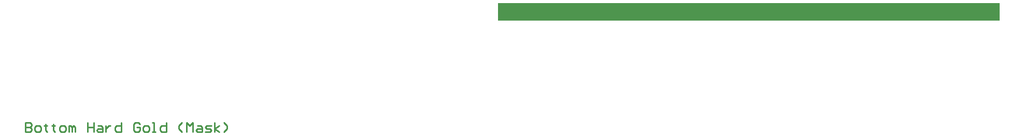
<source format=gbr>
G04 Layer_Color=32896*
%FSLAX24Y24*%
%MOIN*%
%TF.FileFunction,Other,Bottom_Hard_Gold*%
%TF.Part,Single*%
G01*
G75*
%TA.AperFunction,NonConductor*%
%ADD55C,0.0100*%
%ADD152R,3.2283X0.1142*%
D55*
X-30400Y-6600D02*
Y-7200D01*
X-30100D01*
X-30000Y-7100D01*
Y-7000D01*
X-30100Y-6900D01*
X-30400D01*
X-30100D01*
X-30000Y-6800D01*
Y-6700D01*
X-30100Y-6600D01*
X-30400D01*
X-29700Y-7200D02*
X-29500D01*
X-29400Y-7100D01*
Y-6900D01*
X-29500Y-6800D01*
X-29700D01*
X-29800Y-6900D01*
Y-7100D01*
X-29700Y-7200D01*
X-29100Y-6700D02*
Y-6800D01*
X-29200D01*
X-29000D01*
X-29100D01*
Y-7100D01*
X-29000Y-7200D01*
X-28601Y-6700D02*
Y-6800D01*
X-28701D01*
X-28501D01*
X-28601D01*
Y-7100D01*
X-28501Y-7200D01*
X-28101D02*
X-27901D01*
X-27801Y-7100D01*
Y-6900D01*
X-27901Y-6800D01*
X-28101D01*
X-28201Y-6900D01*
Y-7100D01*
X-28101Y-7200D01*
X-27601D02*
Y-6800D01*
X-27501D01*
X-27401Y-6900D01*
Y-7200D01*
Y-6900D01*
X-27301Y-6800D01*
X-27201Y-6900D01*
Y-7200D01*
X-26401Y-6600D02*
Y-7200D01*
Y-6900D01*
X-26001D01*
Y-6600D01*
Y-7200D01*
X-25702Y-6800D02*
X-25502D01*
X-25402Y-6900D01*
Y-7200D01*
X-25702D01*
X-25801Y-7100D01*
X-25702Y-7000D01*
X-25402D01*
X-25202Y-6800D02*
Y-7200D01*
Y-7000D01*
X-25102Y-6900D01*
X-25002Y-6800D01*
X-24902D01*
X-24202Y-6600D02*
Y-7200D01*
X-24502D01*
X-24602Y-7100D01*
Y-6900D01*
X-24502Y-6800D01*
X-24202D01*
X-23002Y-6700D02*
X-23102Y-6600D01*
X-23302D01*
X-23402Y-6700D01*
Y-7100D01*
X-23302Y-7200D01*
X-23102D01*
X-23002Y-7100D01*
Y-6900D01*
X-23202D01*
X-22702Y-7200D02*
X-22503D01*
X-22403Y-7100D01*
Y-6900D01*
X-22503Y-6800D01*
X-22702D01*
X-22802Y-6900D01*
Y-7100D01*
X-22702Y-7200D01*
X-22203D02*
X-22003D01*
X-22103D01*
Y-6600D01*
X-22203D01*
X-21303D02*
Y-7200D01*
X-21603D01*
X-21703Y-7100D01*
Y-6900D01*
X-21603Y-6800D01*
X-21303D01*
X-20303Y-7200D02*
X-20503Y-7000D01*
Y-6800D01*
X-20303Y-6600D01*
X-20003Y-7200D02*
Y-6600D01*
X-19803Y-6800D01*
X-19603Y-6600D01*
Y-7200D01*
X-19304Y-6800D02*
X-19104D01*
X-19004Y-6900D01*
Y-7200D01*
X-19304D01*
X-19404Y-7100D01*
X-19304Y-7000D01*
X-19004D01*
X-18804Y-7200D02*
X-18504D01*
X-18404Y-7100D01*
X-18504Y-7000D01*
X-18704D01*
X-18804Y-6900D01*
X-18704Y-6800D01*
X-18404D01*
X-18204Y-7200D02*
Y-6600D01*
Y-7000D02*
X-17904Y-6800D01*
X-18204Y-7000D02*
X-17904Y-7200D01*
X-17604D02*
X-17404Y-7000D01*
Y-6800D01*
X-17604Y-6600D01*
D152*
X16142Y571D02*
D03*
%TF.MD5,e1d21b6f7e0f0ab907534e73d4ce8b14*%
M02*

</source>
